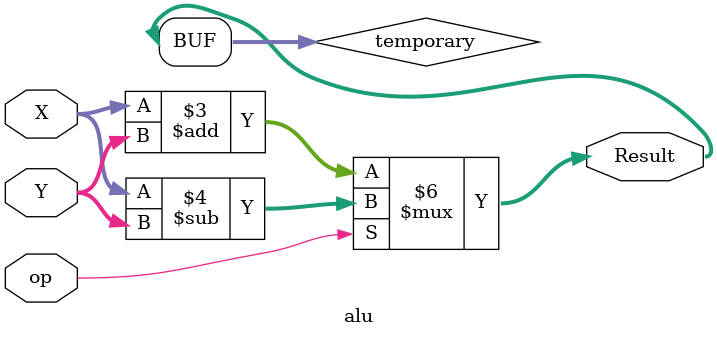
<source format=v>
module alu  (
    // Data input.
    input  [7:0] X,
    input  [7:0] Y,

    // alu controller
    input op,

    // Data output.
    output [8:0] Result   

);

reg [8:0] temporary;

always @( * ) // while(True) loop
    begin: alu_code
    if (op == 0) begin
        temporary = X + Y;
    end else begin
        temporary = X - Y;
    end
end 

assign Result = temporary;

endmodule

</source>
